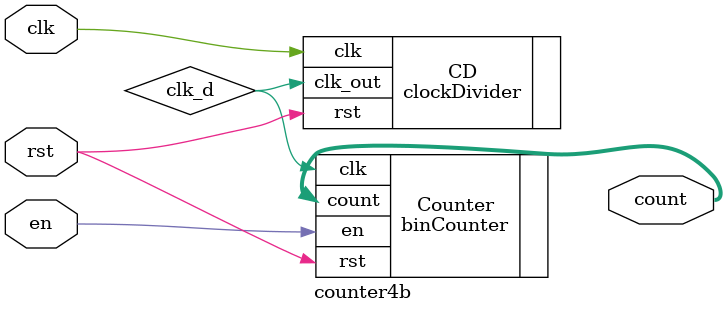
<source format=v>
`timescale 1ns / 1ps


module  counter4b(
input clk, rst, en,
output [3:0] count
    );
    
    wire clk_d;
    
    clockDivider #(.n(50000000)) CD (.clk(clk), .rst(rst),.clk_out(clk_d));
    
    
    binCounter #(.x(4),.n(10)) Counter (.clk(clk_d),.rst(rst),.en(en),.count(count));
    
endmodule

</source>
